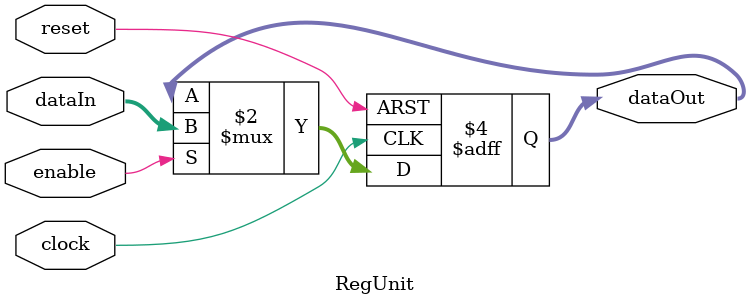
<source format=v>
module RegUnit (
    input [31:0] dataIn,
    input enable,
    input reset,
    input clock,
    output reg [31:0] dataOut
);

    always @(posedge clock , posedge reset) begin
        if (reset)
            dataOut <= 32'b0;
        else if (enable)
            dataOut <= dataIn;
    end

endmodule

</source>
